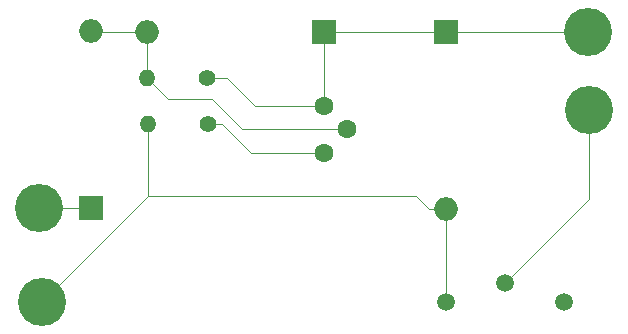
<source format=gbr>
G04 #@! TF.FileFunction,Copper,L1,Top,Signal*
%FSLAX46Y46*%
G04 Gerber Fmt 4.6, Leading zero omitted, Abs format (unit mm)*
G04 Created by KiCad (PCBNEW 4.0.5) date 05/18/17 14:57:18*
%MOMM*%
%LPD*%
G01*
G04 APERTURE LIST*
%ADD10C,0.100000*%
%ADD11R,2.000000X2.000000*%
%ADD12O,2.000000X2.000000*%
%ADD13C,4.064000*%
%ADD14C,1.400000*%
%ADD15O,1.400000X1.400000*%
%ADD16C,1.500000*%
%ADD17C,1.600000*%
G04 APERTURE END LIST*
D10*
D11*
X199771000Y-115265200D03*
D12*
X199771000Y-100265200D03*
D11*
X219470000Y-100330000D03*
D12*
X204470000Y-100330000D03*
D11*
X229793800Y-100330000D03*
D12*
X229793800Y-115330000D03*
D13*
X195351400Y-115214400D03*
X195580000Y-123190000D03*
X241858800Y-100330000D03*
X241935000Y-106908600D03*
D14*
X209550000Y-104216200D03*
D15*
X204470000Y-104216200D03*
D14*
X209626200Y-108102400D03*
D15*
X204546200Y-108102400D03*
D16*
X234793800Y-121590000D03*
X229793800Y-123190000D03*
X239793800Y-123190000D03*
D17*
X221467680Y-108562140D03*
X219467680Y-106562140D03*
X219467680Y-110562140D03*
D10*
X199771000Y-115265200D02*
X195402200Y-115265200D01*
X195402200Y-115265200D02*
X195351400Y-115214400D01*
X221481400Y-108559600D02*
X212561398Y-108559600D01*
X212561398Y-108559600D02*
X209995998Y-105994200D01*
X209995998Y-105994200D02*
X206248000Y-105994200D01*
X206248000Y-105994200D02*
X204470000Y-104216200D01*
X204470000Y-100330000D02*
X204470000Y-101744213D01*
X204470000Y-101744213D02*
X204470000Y-104216200D01*
X204470000Y-100330000D02*
X199835800Y-100330000D01*
X199835800Y-100330000D02*
X199771000Y-100265200D01*
X219470000Y-100330000D02*
X219470000Y-106559820D01*
X219470000Y-106559820D02*
X219467680Y-106562140D01*
X211277200Y-104216200D02*
X213620600Y-106559600D01*
X213620600Y-106559600D02*
X219481400Y-106559600D01*
X209550000Y-104216200D02*
X211277200Y-104216200D01*
X219470000Y-100330000D02*
X229793800Y-100330000D01*
X241858800Y-100330000D02*
X238985119Y-100330000D01*
X238985119Y-100330000D02*
X229793800Y-100330000D01*
X229793800Y-123190000D02*
X229793800Y-122129340D01*
X229793800Y-122129340D02*
X229793800Y-115330000D01*
X229793800Y-115330000D02*
X228379587Y-115330000D01*
X228379587Y-115330000D02*
X227273387Y-114223800D01*
X227273387Y-114223800D02*
X204546200Y-114223800D01*
X195580000Y-123190000D02*
X204546200Y-114223800D01*
X204546200Y-114223800D02*
X204546200Y-108102400D01*
X234793800Y-121590000D02*
X241935000Y-114448800D01*
X241935000Y-114448800D02*
X241935000Y-106908600D01*
X210870800Y-108102400D02*
X213328000Y-110559600D01*
X213328000Y-110559600D02*
X219481400Y-110559600D01*
X209626200Y-108102400D02*
X210870800Y-108102400D01*
M02*

</source>
